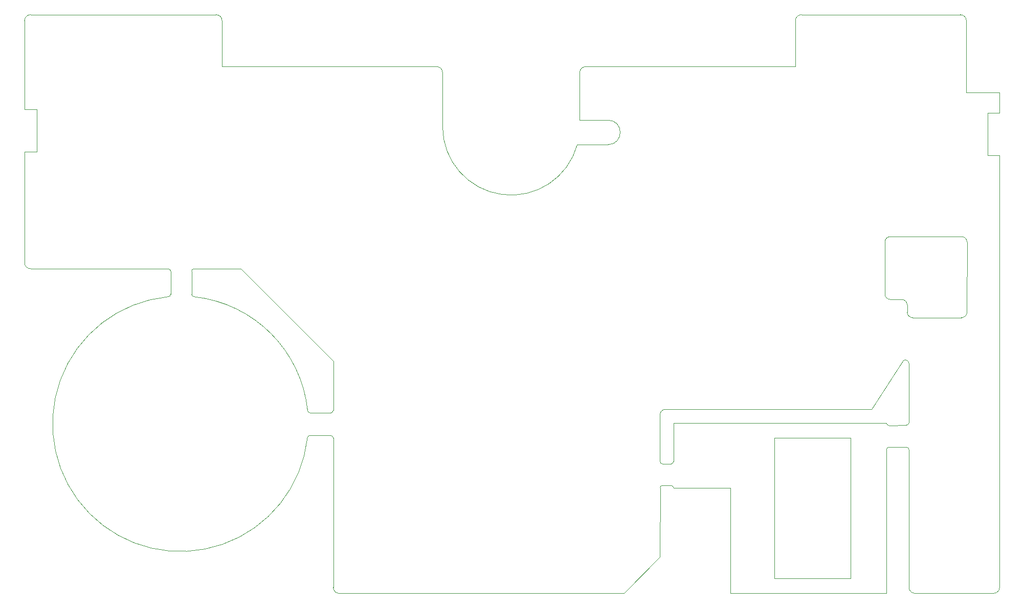
<source format=gbr>
G04 #@! TF.GenerationSoftware,KiCad,Pcbnew,(5.1.5-0-10_14)*
G04 #@! TF.CreationDate,2020-02-25T16:39:45+01:00*
G04 #@! TF.ProjectId,ErnoCCC,45726e6f-4343-4432-9e6b-696361645f70,rev?*
G04 #@! TF.SameCoordinates,Original*
G04 #@! TF.FileFunction,Profile,NP*
%FSLAX46Y46*%
G04 Gerber Fmt 4.6, Leading zero omitted, Abs format (unit mm)*
G04 Created by KiCad (PCBNEW (5.1.5-0-10_14)) date 2020-02-25 16:39:45*
%MOMM*%
%LPD*%
G04 APERTURE LIST*
%ADD10C,0.050000*%
G04 APERTURE END LIST*
D10*
X218100000Y-25200000D02*
G75*
G02X219100000Y-26200000I0J-1000000D01*
G01*
X190800000Y-26200000D02*
G75*
G02X191800000Y-25200000I1000000J0D01*
G01*
X94900000Y-25200000D02*
G75*
G02X95900000Y-26200000I0J-1000000D01*
G01*
X63200000Y-26200000D02*
G75*
G02X64200000Y-25200000I1000000J0D01*
G01*
X64200000Y-67300000D02*
G75*
G02X63200000Y-66300000I0J1000000D01*
G01*
X115300000Y-121100000D02*
G75*
G02X114300000Y-120100000I0J1000000D01*
G01*
X224600000Y-120100000D02*
G75*
G02X223600000Y-121100000I-1000000J0D01*
G01*
X210600000Y-121100000D02*
G75*
G02X209600000Y-120100000I0J1000000D01*
G01*
X155100000Y-34800000D02*
G75*
G02X156100000Y-33800000I1000000J0D01*
G01*
X131400000Y-33800000D02*
G75*
G02X132400000Y-34800000I0J-1000000D01*
G01*
X209300000Y-73300000D02*
X209311000Y-74511000D01*
X206513000Y-72390000D02*
X208411000Y-72411000D01*
X210200000Y-75400000D02*
G75*
G02X209311000Y-74511000I0J889000D01*
G01*
X208411000Y-72411000D02*
G75*
G02X209300000Y-73300000I0J-889000D01*
G01*
X90855800Y-67706400D02*
X90855800Y-71536400D01*
X87376000Y-67706400D02*
X87376000Y-71536400D01*
X91262200Y-71942800D02*
G75*
G02X90855800Y-71536400I0J406400D01*
G01*
X87376000Y-71536400D02*
G75*
G02X86969600Y-71942800I-406400J0D01*
G01*
X90855800Y-67706400D02*
G75*
G02X91262200Y-67300000I406400J0D01*
G01*
X86969600Y-67300000D02*
G75*
G02X87376000Y-67706400I0J-406400D01*
G01*
X110439200Y-94945200D02*
X113893600Y-94945200D01*
X113893600Y-91186000D02*
X110464600Y-91186000D01*
X110464600Y-91186000D02*
G75*
G02X110058200Y-90779600I0J406400D01*
G01*
X110028326Y-95300876D02*
G75*
G02X110436660Y-94945200I403254J-50724D01*
G01*
X113893600Y-94945200D02*
G75*
G02X114300000Y-95351600I0J-406400D01*
G01*
X114300000Y-90779600D02*
G75*
G02X113893600Y-91186000I-406400J0D01*
G01*
X206306400Y-93306400D02*
X209194400Y-93218000D01*
X206298800Y-96875600D02*
X209194400Y-96875600D01*
X206306400Y-93306400D02*
G75*
G02X205900000Y-92900000I0J406400D01*
G01*
X205899361Y-97207105D02*
G75*
G02X206298800Y-96875600I399439J-74895D01*
G01*
X209194400Y-96875600D02*
G75*
G02X209600800Y-97282000I0J-406400D01*
G01*
X209600800Y-92811600D02*
G75*
G02X209194400Y-93218000I-406400J0D01*
G01*
X168808400Y-99646200D02*
X170205400Y-99644200D01*
X168808400Y-103200200D02*
X170205400Y-103200200D01*
X168402000Y-103606600D02*
G75*
G02X168808400Y-103200200I406400J0D01*
G01*
X168808400Y-99646200D02*
G75*
G02X168400000Y-99237800I0J408400D01*
G01*
X170205400Y-103200146D02*
G75*
G02X170611800Y-103600000I0J-406454D01*
G01*
X170611800Y-99237800D02*
G75*
G02X170205400Y-99644200I-406400J0D01*
G01*
X168400000Y-91500000D02*
G75*
G02X169300000Y-90600000I900000J0D01*
G01*
X208697468Y-82495702D02*
G75*
G02X209600000Y-83000000I303893J-515899D01*
G01*
X168401874Y-103606600D02*
X168400000Y-115100000D01*
X205901874Y-115114000D02*
X205900000Y-121100000D01*
X209600000Y-115100000D02*
X209600000Y-120100000D01*
X170611800Y-92913200D02*
X170611800Y-99237800D01*
X180000000Y-103600000D02*
X170611800Y-103600000D01*
X180000000Y-121100000D02*
X180000000Y-103600000D01*
X205899361Y-97207105D02*
X205901874Y-115114000D01*
X205900000Y-92900000D02*
X170611800Y-92913200D01*
X205900000Y-121100000D02*
X180000000Y-121100000D01*
X199900000Y-95300000D02*
X187300000Y-95300000D01*
X187300000Y-95300000D02*
X187300000Y-118600000D01*
X199900000Y-118600000D02*
X187300000Y-118600000D01*
X199900000Y-95300000D02*
X199900000Y-118600000D01*
X209600000Y-97282000D02*
X209600000Y-115100000D01*
X209600800Y-92811600D02*
X209600000Y-83000000D01*
X224600000Y-69400000D02*
X224600000Y-120100000D01*
X210600000Y-121100000D02*
X223600000Y-121100000D01*
X218313000Y-61976000D02*
G75*
G02X219202000Y-62865000I0J-889000D01*
G01*
X205624000Y-62865000D02*
G75*
G02X206513000Y-61976000I889000J0D01*
G01*
X206513000Y-72390000D02*
G75*
G02X205624000Y-71501000I0J889000D01*
G01*
X219200068Y-74511000D02*
G75*
G02X218300000Y-75400000I-889068J0D01*
G01*
X205624000Y-71501000D02*
X205624000Y-62865000D01*
X218300000Y-75400000D02*
X210200000Y-75400000D01*
X219202000Y-62865000D02*
X219200000Y-74511000D01*
X206513000Y-61976000D02*
X218313000Y-61976000D01*
X159766000Y-46736000D02*
X154700950Y-46733153D01*
X159766000Y-42672000D02*
X155100000Y-42672000D01*
X159766000Y-42672000D02*
G75*
G02X159766000Y-46736000I0J-2032000D01*
G01*
X114300000Y-90779600D02*
X114300000Y-82600000D01*
X91261834Y-71946210D02*
G75*
G02X110058200Y-90779600I-2261834J-21053790D01*
G01*
X110029352Y-95300989D02*
G75*
G02X86969600Y-71942800I-21029352J2300989D01*
G01*
X99000000Y-67300000D02*
X91262200Y-67300000D01*
X154700950Y-46733153D02*
G75*
G02X132400000Y-43750000I-10950950J2983153D01*
G01*
X168400000Y-115100000D02*
X162400000Y-121100000D01*
X63200000Y-40900000D02*
X63200000Y-26200000D01*
X65200000Y-40900000D02*
X63200000Y-40900000D01*
X65200000Y-47900000D02*
X65200000Y-40900000D01*
X63200000Y-47900000D02*
X65200000Y-47900000D01*
X63200000Y-66300000D02*
X63200000Y-47900000D01*
X86969600Y-67300000D02*
X64200000Y-67300000D01*
X114300000Y-82600000D02*
X99000000Y-67300000D01*
X114300000Y-120100000D02*
X114300000Y-95351600D01*
X162400000Y-121100000D02*
X115300000Y-121100000D01*
X168400000Y-91500000D02*
X168400000Y-99237800D01*
X203400000Y-90600000D02*
X169300000Y-90600000D01*
X208697468Y-82495702D02*
X203400000Y-90600000D01*
X224600000Y-48500000D02*
X224600000Y-69400000D01*
X222600000Y-48500000D02*
X224600000Y-48500000D01*
X222600000Y-41500000D02*
X222600000Y-48500000D01*
X224600000Y-41500000D02*
X222600000Y-41500000D01*
X224600000Y-38100000D02*
X224600000Y-41500000D01*
X221100000Y-38100000D02*
X224600000Y-38100000D01*
X219100000Y-38100000D02*
X221100000Y-38100000D01*
X219100000Y-26200000D02*
X219100000Y-38100000D01*
X191800000Y-25200000D02*
X218100000Y-25200000D01*
X190800000Y-33800000D02*
X190800000Y-26200000D01*
X156100000Y-33800000D02*
X190800000Y-33800000D01*
X155100000Y-42672000D02*
X155100000Y-34800000D01*
X132400000Y-34800000D02*
X132400000Y-43750000D01*
X95900000Y-33800000D02*
X131400000Y-33800000D01*
X95900000Y-26200000D02*
X95900000Y-33800000D01*
X64200000Y-25200000D02*
X94900000Y-25200000D01*
M02*

</source>
